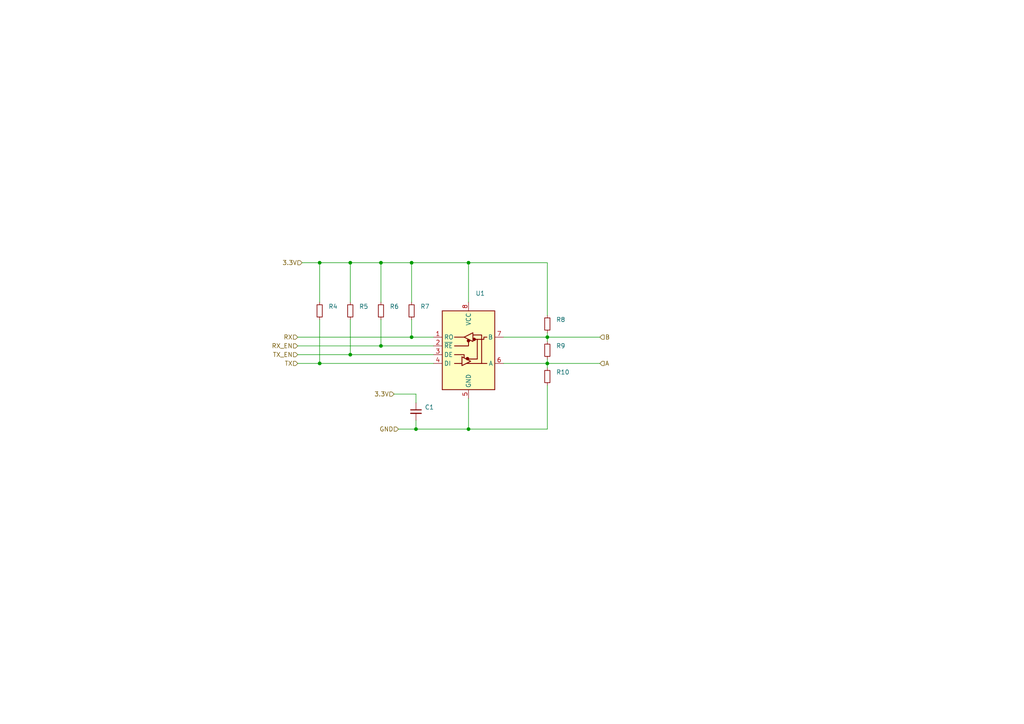
<source format=kicad_sch>
(kicad_sch (version 20211123) (generator eeschema)

  (uuid 1895faed-13c7-4877-930c-ef39a1d7419c)

  (paper "A4")

  (lib_symbols
    (symbol "Device:C_Small" (pin_numbers hide) (pin_names (offset 0.254) hide) (in_bom yes) (on_board yes)
      (property "Reference" "C" (id 0) (at 0.254 1.778 0)
        (effects (font (size 1.27 1.27)) (justify left))
      )
      (property "Value" "C_Small" (id 1) (at 0.254 -2.032 0)
        (effects (font (size 1.27 1.27)) (justify left))
      )
      (property "Footprint" "" (id 2) (at 0 0 0)
        (effects (font (size 1.27 1.27)) hide)
      )
      (property "Datasheet" "~" (id 3) (at 0 0 0)
        (effects (font (size 1.27 1.27)) hide)
      )
      (property "ki_keywords" "capacitor cap" (id 4) (at 0 0 0)
        (effects (font (size 1.27 1.27)) hide)
      )
      (property "ki_description" "Unpolarized capacitor, small symbol" (id 5) (at 0 0 0)
        (effects (font (size 1.27 1.27)) hide)
      )
      (property "ki_fp_filters" "C_*" (id 6) (at 0 0 0)
        (effects (font (size 1.27 1.27)) hide)
      )
      (symbol "C_Small_0_1"
        (polyline
          (pts
            (xy -1.524 -0.508)
            (xy 1.524 -0.508)
          )
          (stroke (width 0.3302) (type default) (color 0 0 0 0))
          (fill (type none))
        )
        (polyline
          (pts
            (xy -1.524 0.508)
            (xy 1.524 0.508)
          )
          (stroke (width 0.3048) (type default) (color 0 0 0 0))
          (fill (type none))
        )
      )
      (symbol "C_Small_1_1"
        (pin passive line (at 0 2.54 270) (length 2.032)
          (name "~" (effects (font (size 1.27 1.27))))
          (number "1" (effects (font (size 1.27 1.27))))
        )
        (pin passive line (at 0 -2.54 90) (length 2.032)
          (name "~" (effects (font (size 1.27 1.27))))
          (number "2" (effects (font (size 1.27 1.27))))
        )
      )
    )
    (symbol "Device:R_Small" (pin_numbers hide) (pin_names (offset 0.254) hide) (in_bom yes) (on_board yes)
      (property "Reference" "R" (id 0) (at 0.762 0.508 0)
        (effects (font (size 1.27 1.27)) (justify left))
      )
      (property "Value" "R_Small" (id 1) (at 0.762 -1.016 0)
        (effects (font (size 1.27 1.27)) (justify left))
      )
      (property "Footprint" "" (id 2) (at 0 0 0)
        (effects (font (size 1.27 1.27)) hide)
      )
      (property "Datasheet" "~" (id 3) (at 0 0 0)
        (effects (font (size 1.27 1.27)) hide)
      )
      (property "ki_keywords" "R resistor" (id 4) (at 0 0 0)
        (effects (font (size 1.27 1.27)) hide)
      )
      (property "ki_description" "Resistor, small symbol" (id 5) (at 0 0 0)
        (effects (font (size 1.27 1.27)) hide)
      )
      (property "ki_fp_filters" "R_*" (id 6) (at 0 0 0)
        (effects (font (size 1.27 1.27)) hide)
      )
      (symbol "R_Small_0_1"
        (rectangle (start -0.762 1.778) (end 0.762 -1.778)
          (stroke (width 0.2032) (type default) (color 0 0 0 0))
          (fill (type none))
        )
      )
      (symbol "R_Small_1_1"
        (pin passive line (at 0 2.54 270) (length 0.762)
          (name "~" (effects (font (size 1.27 1.27))))
          (number "1" (effects (font (size 1.27 1.27))))
        )
        (pin passive line (at 0 -2.54 90) (length 0.762)
          (name "~" (effects (font (size 1.27 1.27))))
          (number "2" (effects (font (size 1.27 1.27))))
        )
      )
    )
    (symbol "Interface_UART:MAX485E" (in_bom yes) (on_board yes)
      (property "Reference" "U" (id 0) (at -6.096 11.43 0)
        (effects (font (size 1.27 1.27)))
      )
      (property "Value" "MAX485E" (id 1) (at 0.762 11.43 0)
        (effects (font (size 1.27 1.27)) (justify left))
      )
      (property "Footprint" "" (id 2) (at 0 -17.78 0)
        (effects (font (size 1.27 1.27)) hide)
      )
      (property "Datasheet" "https://datasheets.maximintegrated.com/en/ds/MAX1487E-MAX491E.pdf" (id 3) (at 0 1.27 0)
        (effects (font (size 1.27 1.27)) hide)
      )
      (property "ki_keywords" "Half duplex RS-485/RS-422, 2.5 Mbps, ±15kV electro-static discharge (ESD) protection, no slew-rate, no low-power shutdown, with receiver/driver enable, 32 receiver drive kapacitity, DIP-8 and SOIC-8" (id 4) (at 0 0 0)
        (effects (font (size 1.27 1.27)) hide)
      )
      (property "ki_description" "Half duplex RS-485/RS-422, 2.5 Mbps, ±15kV electro-static discharge (ESD) protection, no slew-rate, no low-power shutdown, with receiver/driver enable, 32 receiver drive kapacitity, DIP-8 and SOIC-8" (id 5) (at 0 0 0)
        (effects (font (size 1.27 1.27)) hide)
      )
      (property "ki_fp_filters" "DIP*W7.62mm* SOIC*3.9x4.9mm*P1.27mm*" (id 6) (at 0 0 0)
        (effects (font (size 1.27 1.27)) hide)
      )
      (symbol "MAX485E_0_1"
        (rectangle (start -7.62 10.16) (end 7.62 -12.7)
          (stroke (width 0.254) (type default) (color 0 0 0 0))
          (fill (type background))
        )
        (circle (center -0.3048 -3.683) (radius 0.3556)
          (stroke (width 0.254) (type default) (color 0 0 0 0))
          (fill (type outline))
        )
        (circle (center -0.0254 1.4986) (radius 0.3556)
          (stroke (width 0.254) (type default) (color 0 0 0 0))
          (fill (type outline))
        )
        (polyline
          (pts
            (xy -4.064 -5.08)
            (xy -1.905 -5.08)
          )
          (stroke (width 0.254) (type default) (color 0 0 0 0))
          (fill (type none))
        )
        (polyline
          (pts
            (xy -4.064 2.54)
            (xy -1.27 2.54)
          )
          (stroke (width 0.254) (type default) (color 0 0 0 0))
          (fill (type none))
        )
        (polyline
          (pts
            (xy -1.27 -3.2004)
            (xy -1.27 -3.4544)
          )
          (stroke (width 0.254) (type default) (color 0 0 0 0))
          (fill (type none))
        )
        (polyline
          (pts
            (xy -0.635 -5.08)
            (xy 5.334 -5.08)
          )
          (stroke (width 0.254) (type default) (color 0 0 0 0))
          (fill (type none))
        )
        (polyline
          (pts
            (xy -4.064 -2.54)
            (xy -1.27 -2.54)
            (xy -1.27 -3.175)
          )
          (stroke (width 0.254) (type default) (color 0 0 0 0))
          (fill (type none))
        )
        (polyline
          (pts
            (xy 0 1.27)
            (xy 0 0)
            (xy -4.064 0)
          )
          (stroke (width 0.254) (type default) (color 0 0 0 0))
          (fill (type none))
        )
        (polyline
          (pts
            (xy 1.27 3.175)
            (xy 3.81 3.175)
            (xy 3.81 -5.08)
          )
          (stroke (width 0.254) (type default) (color 0 0 0 0))
          (fill (type none))
        )
        (polyline
          (pts
            (xy 2.54 1.905)
            (xy 2.54 -3.81)
            (xy 0 -3.81)
          )
          (stroke (width 0.254) (type default) (color 0 0 0 0))
          (fill (type none))
        )
        (polyline
          (pts
            (xy -1.905 -3.175)
            (xy -1.905 -5.715)
            (xy 0.635 -4.445)
            (xy -1.905 -3.175)
          )
          (stroke (width 0.254) (type default) (color 0 0 0 0))
          (fill (type none))
        )
        (polyline
          (pts
            (xy -1.27 2.54)
            (xy 1.27 3.81)
            (xy 1.27 1.27)
            (xy -1.27 2.54)
          )
          (stroke (width 0.254) (type default) (color 0 0 0 0))
          (fill (type none))
        )
        (polyline
          (pts
            (xy 1.905 1.905)
            (xy 4.445 1.905)
            (xy 4.445 2.54)
            (xy 5.334 2.54)
          )
          (stroke (width 0.254) (type default) (color 0 0 0 0))
          (fill (type none))
        )
        (rectangle (start 1.27 3.175) (end 1.27 3.175)
          (stroke (width 0) (type default) (color 0 0 0 0))
          (fill (type none))
        )
        (circle (center 1.651 1.905) (radius 0.3556)
          (stroke (width 0.254) (type default) (color 0 0 0 0))
          (fill (type outline))
        )
      )
      (symbol "MAX485E_1_1"
        (pin output line (at -10.16 2.54 0) (length 2.54)
          (name "RO" (effects (font (size 1.27 1.27))))
          (number "1" (effects (font (size 1.27 1.27))))
        )
        (pin input line (at -10.16 0 0) (length 2.54)
          (name "~{RE}" (effects (font (size 1.27 1.27))))
          (number "2" (effects (font (size 1.27 1.27))))
        )
        (pin input line (at -10.16 -2.54 0) (length 2.54)
          (name "DE" (effects (font (size 1.27 1.27))))
          (number "3" (effects (font (size 1.27 1.27))))
        )
        (pin input line (at -10.16 -5.08 0) (length 2.54)
          (name "DI" (effects (font (size 1.27 1.27))))
          (number "4" (effects (font (size 1.27 1.27))))
        )
        (pin power_in line (at 0 -15.24 90) (length 2.54)
          (name "GND" (effects (font (size 1.27 1.27))))
          (number "5" (effects (font (size 1.27 1.27))))
        )
        (pin bidirectional line (at 10.16 -5.08 180) (length 2.54)
          (name "A" (effects (font (size 1.27 1.27))))
          (number "6" (effects (font (size 1.27 1.27))))
        )
        (pin bidirectional line (at 10.16 2.54 180) (length 2.54)
          (name "B" (effects (font (size 1.27 1.27))))
          (number "7" (effects (font (size 1.27 1.27))))
        )
        (pin power_in line (at 0 12.7 270) (length 2.54)
          (name "VCC" (effects (font (size 1.27 1.27))))
          (number "8" (effects (font (size 1.27 1.27))))
        )
      )
    )
  )

  (junction (at 135.89 124.46) (diameter 0) (color 0 0 0 0)
    (uuid 08377341-a3f1-4876-b864-190214dac77b)
  )
  (junction (at 135.89 76.2) (diameter 0) (color 0 0 0 0)
    (uuid 112245f8-2054-4699-9135-ee58520b6498)
  )
  (junction (at 119.38 97.79) (diameter 0) (color 0 0 0 0)
    (uuid 154b6cd4-cdcd-4bed-9a5b-fadddb07a616)
  )
  (junction (at 92.71 105.41) (diameter 0) (color 0 0 0 0)
    (uuid 2c95f518-95d5-43a8-b709-469076d41396)
  )
  (junction (at 101.6 76.2) (diameter 0) (color 0 0 0 0)
    (uuid 5a655852-db1d-48ba-b716-d1974ac19be0)
  )
  (junction (at 158.75 97.79) (diameter 0) (color 0 0 0 0)
    (uuid 62bc2b77-2bcf-48fa-acf3-6749617f6d7e)
  )
  (junction (at 101.6 102.87) (diameter 0) (color 0 0 0 0)
    (uuid 73a2b16f-42e8-44bd-8423-736bac479b41)
  )
  (junction (at 92.71 76.2) (diameter 0) (color 0 0 0 0)
    (uuid 7ae9ba6f-8a00-4dce-a5c9-913c1859e251)
  )
  (junction (at 119.38 76.2) (diameter 0) (color 0 0 0 0)
    (uuid 91a13132-73ea-473d-89df-db40214c5088)
  )
  (junction (at 110.49 76.2) (diameter 0) (color 0 0 0 0)
    (uuid 9d298fde-c5f7-4c78-ab17-1dbd91e8d2d1)
  )
  (junction (at 110.49 100.33) (diameter 0) (color 0 0 0 0)
    (uuid ae36474f-ec30-4260-94bc-4e9032990331)
  )
  (junction (at 120.65 124.46) (diameter 0) (color 0 0 0 0)
    (uuid d4b816a2-5080-4eae-a27f-5b2cae570615)
  )
  (junction (at 158.75 105.41) (diameter 0) (color 0 0 0 0)
    (uuid f84872b3-5ac6-40c6-9af9-a0f3b0b941de)
  )

  (wire (pts (xy 115.57 124.46) (xy 120.65 124.46))
    (stroke (width 0) (type default) (color 0 0 0 0))
    (uuid 046c3305-1ce5-4374-bac1-98efdad6b897)
  )
  (wire (pts (xy 158.75 105.41) (xy 173.99 105.41))
    (stroke (width 0) (type default) (color 0 0 0 0))
    (uuid 07888973-d473-4fd2-8060-f0e10f9d7b45)
  )
  (wire (pts (xy 92.71 76.2) (xy 101.6 76.2))
    (stroke (width 0) (type default) (color 0 0 0 0))
    (uuid 0cba1e2d-17ee-4113-9411-fe07bd79d4d9)
  )
  (wire (pts (xy 158.75 104.14) (xy 158.75 105.41))
    (stroke (width 0) (type default) (color 0 0 0 0))
    (uuid 10c11f0c-f89e-4239-a768-fe4d122a0180)
  )
  (wire (pts (xy 110.49 76.2) (xy 110.49 87.63))
    (stroke (width 0) (type default) (color 0 0 0 0))
    (uuid 25803740-d2d8-4731-9945-8e431cd904f0)
  )
  (wire (pts (xy 86.36 105.41) (xy 92.71 105.41))
    (stroke (width 0) (type default) (color 0 0 0 0))
    (uuid 265d53e5-8945-48b3-9980-430242adeb21)
  )
  (wire (pts (xy 119.38 87.63) (xy 119.38 76.2))
    (stroke (width 0) (type default) (color 0 0 0 0))
    (uuid 38846d21-6175-4883-8bd8-9934f1e22dc2)
  )
  (wire (pts (xy 135.89 124.46) (xy 158.75 124.46))
    (stroke (width 0) (type default) (color 0 0 0 0))
    (uuid 3ae854e4-0564-4809-a6b2-ec1865be7c2e)
  )
  (wire (pts (xy 119.38 92.71) (xy 119.38 97.79))
    (stroke (width 0) (type default) (color 0 0 0 0))
    (uuid 47ec1970-7ee8-4813-836d-b9caae3ab472)
  )
  (wire (pts (xy 146.05 105.41) (xy 158.75 105.41))
    (stroke (width 0) (type default) (color 0 0 0 0))
    (uuid 4bbac006-c9be-4ec6-a3f1-1e95fa0e1f02)
  )
  (wire (pts (xy 101.6 76.2) (xy 110.49 76.2))
    (stroke (width 0) (type default) (color 0 0 0 0))
    (uuid 54abae09-5f00-4f24-a512-c56acf1e376d)
  )
  (wire (pts (xy 110.49 76.2) (xy 119.38 76.2))
    (stroke (width 0) (type default) (color 0 0 0 0))
    (uuid 61496633-39ca-408c-a704-ad1dcc15758c)
  )
  (wire (pts (xy 86.36 97.79) (xy 119.38 97.79))
    (stroke (width 0) (type default) (color 0 0 0 0))
    (uuid 646be8b2-06b4-4d66-be1a-5577cb554b5f)
  )
  (wire (pts (xy 120.65 114.3) (xy 120.65 116.84))
    (stroke (width 0) (type default) (color 0 0 0 0))
    (uuid 6df1ba22-c462-400a-9daa-47d5c93684eb)
  )
  (wire (pts (xy 92.71 105.41) (xy 125.73 105.41))
    (stroke (width 0) (type default) (color 0 0 0 0))
    (uuid 6e3fcf20-5ef2-47ae-a60d-65ead7540530)
  )
  (wire (pts (xy 158.75 124.46) (xy 158.75 111.76))
    (stroke (width 0) (type default) (color 0 0 0 0))
    (uuid 73cc9b8d-bc1a-4c8c-bcd5-e80512aeb7fe)
  )
  (wire (pts (xy 158.75 96.52) (xy 158.75 97.79))
    (stroke (width 0) (type default) (color 0 0 0 0))
    (uuid 7654fb0e-026a-4efb-9786-7776d7bbde30)
  )
  (wire (pts (xy 135.89 76.2) (xy 158.75 76.2))
    (stroke (width 0) (type default) (color 0 0 0 0))
    (uuid 768cef0a-8907-4aa5-a654-51eea39ee9d7)
  )
  (wire (pts (xy 120.65 124.46) (xy 135.89 124.46))
    (stroke (width 0) (type default) (color 0 0 0 0))
    (uuid 802c53b0-236f-4c69-889c-de443dfa1cf6)
  )
  (wire (pts (xy 114.3 114.3) (xy 120.65 114.3))
    (stroke (width 0) (type default) (color 0 0 0 0))
    (uuid 86193785-f8cb-4cd5-b7c9-281bf6e71e0c)
  )
  (wire (pts (xy 119.38 76.2) (xy 135.89 76.2))
    (stroke (width 0) (type default) (color 0 0 0 0))
    (uuid 8c686b85-fcdf-4c2e-a2c0-67011b5f2ff0)
  )
  (wire (pts (xy 158.75 97.79) (xy 158.75 99.06))
    (stroke (width 0) (type default) (color 0 0 0 0))
    (uuid 968bee4e-1b0e-4f5a-9ca6-e19193fc5c86)
  )
  (wire (pts (xy 86.36 100.33) (xy 110.49 100.33))
    (stroke (width 0) (type default) (color 0 0 0 0))
    (uuid a5771471-e627-47b6-9a95-ce8b9e8fc2a8)
  )
  (wire (pts (xy 101.6 92.71) (xy 101.6 102.87))
    (stroke (width 0) (type default) (color 0 0 0 0))
    (uuid b12dbcaa-2fbd-471d-a2f1-3eb01b49886a)
  )
  (wire (pts (xy 135.89 124.46) (xy 135.89 115.57))
    (stroke (width 0) (type default) (color 0 0 0 0))
    (uuid b151eb60-957f-487f-8278-1c5e1dd550c8)
  )
  (wire (pts (xy 86.36 102.87) (xy 101.6 102.87))
    (stroke (width 0) (type default) (color 0 0 0 0))
    (uuid b485cd13-5280-4fbf-9e60-25f4623f35ab)
  )
  (wire (pts (xy 158.75 97.79) (xy 173.99 97.79))
    (stroke (width 0) (type default) (color 0 0 0 0))
    (uuid b5039124-183c-4a43-abdd-2f62390a318d)
  )
  (wire (pts (xy 119.38 97.79) (xy 125.73 97.79))
    (stroke (width 0) (type default) (color 0 0 0 0))
    (uuid bf88c00c-f6b8-4d54-af07-c4070b1b29a5)
  )
  (wire (pts (xy 87.63 76.2) (xy 92.71 76.2))
    (stroke (width 0) (type default) (color 0 0 0 0))
    (uuid c2c820b2-052e-4a63-9597-f44154d02d10)
  )
  (wire (pts (xy 92.71 92.71) (xy 92.71 105.41))
    (stroke (width 0) (type default) (color 0 0 0 0))
    (uuid c923ba96-0fe1-497b-86c4-2313174f08cf)
  )
  (wire (pts (xy 110.49 92.71) (xy 110.49 100.33))
    (stroke (width 0) (type default) (color 0 0 0 0))
    (uuid ca95bcf6-bd41-47df-9398-e9d9600c6170)
  )
  (wire (pts (xy 120.65 121.92) (xy 120.65 124.46))
    (stroke (width 0) (type default) (color 0 0 0 0))
    (uuid ce08ee77-d939-4026-9aa2-1895f46128cf)
  )
  (wire (pts (xy 92.71 76.2) (xy 92.71 87.63))
    (stroke (width 0) (type default) (color 0 0 0 0))
    (uuid cf6f9b2e-4c4f-4a59-833a-0b7cb6e960aa)
  )
  (wire (pts (xy 110.49 100.33) (xy 125.73 100.33))
    (stroke (width 0) (type default) (color 0 0 0 0))
    (uuid d300479b-c277-495b-8a4c-9e39962dcd13)
  )
  (wire (pts (xy 158.75 105.41) (xy 158.75 106.68))
    (stroke (width 0) (type default) (color 0 0 0 0))
    (uuid d5e3891e-90a6-45a7-acca-eb2a8f18c013)
  )
  (wire (pts (xy 101.6 102.87) (xy 125.73 102.87))
    (stroke (width 0) (type default) (color 0 0 0 0))
    (uuid eb5b2b75-c835-40e4-b558-e369439583ce)
  )
  (wire (pts (xy 135.89 76.2) (xy 135.89 87.63))
    (stroke (width 0) (type default) (color 0 0 0 0))
    (uuid eb66325f-20b6-4ba7-be66-d1db79dd83f2)
  )
  (wire (pts (xy 101.6 76.2) (xy 101.6 87.63))
    (stroke (width 0) (type default) (color 0 0 0 0))
    (uuid eb7c7cd7-c3e8-4832-99e0-bd772fde7428)
  )
  (wire (pts (xy 158.75 76.2) (xy 158.75 91.44))
    (stroke (width 0) (type default) (color 0 0 0 0))
    (uuid ed724bec-9cc8-4808-88c6-287af5ab82d4)
  )
  (wire (pts (xy 146.05 97.79) (xy 158.75 97.79))
    (stroke (width 0) (type default) (color 0 0 0 0))
    (uuid f57b4227-cbdf-4bb8-a8e9-6ddf14ae43eb)
  )

  (hierarchical_label "3.3V" (shape input) (at 114.3 114.3 180)
    (effects (font (size 1.27 1.27)) (justify right))
    (uuid 06558dae-b2f7-4df1-8d71-b8daad0598fc)
  )
  (hierarchical_label "A" (shape input) (at 173.99 105.41 0)
    (effects (font (size 1.27 1.27)) (justify left))
    (uuid 259c9875-8f06-4e5c-9393-dba002c5b1e2)
  )
  (hierarchical_label "GND" (shape input) (at 115.57 124.46 180)
    (effects (font (size 1.27 1.27)) (justify right))
    (uuid 5e1b54bf-9b70-48fc-bdb6-bfe026e6a606)
  )
  (hierarchical_label "RX_EN" (shape input) (at 86.36 100.33 180)
    (effects (font (size 1.27 1.27)) (justify right))
    (uuid 7d35070e-344c-4cba-8407-5472c89c0fe3)
  )
  (hierarchical_label "RX" (shape input) (at 86.36 97.79 180)
    (effects (font (size 1.27 1.27)) (justify right))
    (uuid b54911bc-1b7e-453b-9de7-653743fbd8ce)
  )
  (hierarchical_label "B" (shape input) (at 173.99 97.79 0)
    (effects (font (size 1.27 1.27)) (justify left))
    (uuid d17b8d0d-a02b-4c24-a4d0-a7824d276be6)
  )
  (hierarchical_label "TX" (shape input) (at 86.36 105.41 180)
    (effects (font (size 1.27 1.27)) (justify right))
    (uuid d6dd4419-f291-47ed-a3eb-7787583fa59d)
  )
  (hierarchical_label "3.3V" (shape input) (at 87.63 76.2 180)
    (effects (font (size 1.27 1.27)) (justify right))
    (uuid e691d4ba-f1f2-4971-baac-f95568cd50af)
  )
  (hierarchical_label "TX_EN" (shape input) (at 86.36 102.87 180)
    (effects (font (size 1.27 1.27)) (justify right))
    (uuid ee79eb02-ef88-4ec8-8e34-708b7da951a6)
  )

  (symbol (lib_id "Device:R_Small") (at 110.49 90.17 0) (unit 1)
    (in_bom yes) (on_board yes) (fields_autoplaced)
    (uuid 07ac4532-afc3-4467-80c5-28d432b072a1)
    (property "Reference" "R6" (id 0) (at 113.03 88.8999 0)
      (effects (font (size 1.27 1.27)) (justify left))
    )
    (property "Value" "" (id 1) (at 113.03 91.4399 0)
      (effects (font (size 1.27 1.27)) (justify left))
    )
    (property "Footprint" "" (id 2) (at 110.49 90.17 0)
      (effects (font (size 1.27 1.27)) hide)
    )
    (property "Datasheet" "~" (id 3) (at 110.49 90.17 0)
      (effects (font (size 1.27 1.27)) hide)
    )
    (pin "1" (uuid e86039c7-2fe6-4356-89fd-696552b515b4))
    (pin "2" (uuid 030192b4-ec8f-4e20-a106-662cc0af95cc))
  )

  (symbol (lib_id "Device:C_Small") (at 120.65 119.38 0) (unit 1)
    (in_bom yes) (on_board yes) (fields_autoplaced)
    (uuid 485a425d-9408-4dd6-9843-08652d513cbd)
    (property "Reference" "C1" (id 0) (at 123.19 118.1162 0)
      (effects (font (size 1.27 1.27)) (justify left))
    )
    (property "Value" "" (id 1) (at 123.19 120.6562 0)
      (effects (font (size 1.27 1.27)) (justify left))
    )
    (property "Footprint" "" (id 2) (at 120.65 119.38 0)
      (effects (font (size 1.27 1.27)) hide)
    )
    (property "Datasheet" "~" (id 3) (at 120.65 119.38 0)
      (effects (font (size 1.27 1.27)) hide)
    )
    (pin "1" (uuid 90c63ced-ff5e-4d71-9704-423bdb4ecd9f))
    (pin "2" (uuid 3198e588-4d57-49f9-a2ba-0c06f39726db))
  )

  (symbol (lib_id "Device:R_Small") (at 101.6 90.17 0) (unit 1)
    (in_bom yes) (on_board yes) (fields_autoplaced)
    (uuid 57e000ff-dc52-492e-b385-2f0169928744)
    (property "Reference" "R5" (id 0) (at 104.14 88.8999 0)
      (effects (font (size 1.27 1.27)) (justify left))
    )
    (property "Value" "" (id 1) (at 104.14 91.4399 0)
      (effects (font (size 1.27 1.27)) (justify left))
    )
    (property "Footprint" "" (id 2) (at 101.6 90.17 0)
      (effects (font (size 1.27 1.27)) hide)
    )
    (property "Datasheet" "~" (id 3) (at 101.6 90.17 0)
      (effects (font (size 1.27 1.27)) hide)
    )
    (pin "1" (uuid e9caa96e-8ac9-4083-a8ec-3dae07584903))
    (pin "2" (uuid b82a93e7-bdbf-486d-884a-cc5267c7d009))
  )

  (symbol (lib_id "Device:R_Small") (at 158.75 101.6 0) (unit 1)
    (in_bom yes) (on_board yes) (fields_autoplaced)
    (uuid 6df24e57-dd92-48e0-ac09-45058e0cd091)
    (property "Reference" "R9" (id 0) (at 161.29 100.3299 0)
      (effects (font (size 1.27 1.27)) (justify left))
    )
    (property "Value" "" (id 1) (at 161.29 102.8699 0)
      (effects (font (size 1.27 1.27)) (justify left))
    )
    (property "Footprint" "" (id 2) (at 158.75 101.6 0)
      (effects (font (size 1.27 1.27)) hide)
    )
    (property "Datasheet" "~" (id 3) (at 158.75 101.6 0)
      (effects (font (size 1.27 1.27)) hide)
    )
    (pin "1" (uuid 072e817b-fd5d-4649-aa84-e4d2f6d588ab))
    (pin "2" (uuid 0f9593cc-b310-4189-86d0-2b102a36e411))
  )

  (symbol (lib_id "Device:R_Small") (at 158.75 109.22 0) (unit 1)
    (in_bom yes) (on_board yes) (fields_autoplaced)
    (uuid 8200ef02-ecce-47f0-afa6-a529c13b657f)
    (property "Reference" "R10" (id 0) (at 161.29 107.9499 0)
      (effects (font (size 1.27 1.27)) (justify left))
    )
    (property "Value" "" (id 1) (at 161.29 110.4899 0)
      (effects (font (size 1.27 1.27)) (justify left))
    )
    (property "Footprint" "" (id 2) (at 158.75 109.22 0)
      (effects (font (size 1.27 1.27)) hide)
    )
    (property "Datasheet" "~" (id 3) (at 158.75 109.22 0)
      (effects (font (size 1.27 1.27)) hide)
    )
    (pin "1" (uuid 1a5232f6-7a73-43a0-aaba-1b4ccc6bd767))
    (pin "2" (uuid 4ed5543b-061e-4c36-94d9-2c2642bd745b))
  )

  (symbol (lib_id "Device:R_Small") (at 119.38 90.17 0) (unit 1)
    (in_bom yes) (on_board yes) (fields_autoplaced)
    (uuid 867a1805-7efb-45a0-89f8-5acc01e827ab)
    (property "Reference" "R7" (id 0) (at 121.92 88.8999 0)
      (effects (font (size 1.27 1.27)) (justify left))
    )
    (property "Value" "" (id 1) (at 121.92 91.4399 0)
      (effects (font (size 1.27 1.27)) (justify left))
    )
    (property "Footprint" "" (id 2) (at 119.38 90.17 0)
      (effects (font (size 1.27 1.27)) hide)
    )
    (property "Datasheet" "~" (id 3) (at 119.38 90.17 0)
      (effects (font (size 1.27 1.27)) hide)
    )
    (pin "1" (uuid f0dd1721-1483-4969-8206-b6ce448ab379))
    (pin "2" (uuid 5adf05d9-c051-4f9d-8568-6c62aa5ceb3a))
  )

  (symbol (lib_id "Device:R_Small") (at 158.75 93.98 0) (unit 1)
    (in_bom yes) (on_board yes) (fields_autoplaced)
    (uuid a2179620-5451-4071-811a-8b33617808e0)
    (property "Reference" "R8" (id 0) (at 161.29 92.7099 0)
      (effects (font (size 1.27 1.27)) (justify left))
    )
    (property "Value" "" (id 1) (at 161.29 95.2499 0)
      (effects (font (size 1.27 1.27)) (justify left))
    )
    (property "Footprint" "" (id 2) (at 158.75 93.98 0)
      (effects (font (size 1.27 1.27)) hide)
    )
    (property "Datasheet" "~" (id 3) (at 158.75 93.98 0)
      (effects (font (size 1.27 1.27)) hide)
    )
    (pin "1" (uuid 586c2221-a16a-41a0-acc0-1131edd3c850))
    (pin "2" (uuid f4352741-5518-4470-925c-e1e5b17e265f))
  )

  (symbol (lib_id "Device:R_Small") (at 92.71 90.17 0) (unit 1)
    (in_bom yes) (on_board yes) (fields_autoplaced)
    (uuid c5bbe007-a77a-4fbb-8e7c-5da6197fb0fb)
    (property "Reference" "R4" (id 0) (at 95.25 88.8999 0)
      (effects (font (size 1.27 1.27)) (justify left))
    )
    (property "Value" "" (id 1) (at 95.25 91.4399 0)
      (effects (font (size 1.27 1.27)) (justify left))
    )
    (property "Footprint" "" (id 2) (at 92.71 90.17 0)
      (effects (font (size 1.27 1.27)) hide)
    )
    (property "Datasheet" "~" (id 3) (at 92.71 90.17 0)
      (effects (font (size 1.27 1.27)) hide)
    )
    (pin "1" (uuid 298fd010-e604-41a9-bfe2-ef60996925e7))
    (pin "2" (uuid 86607015-493b-4b0b-977b-1e156ba37b52))
  )

  (symbol (lib_id "Interface_UART:MAX485E") (at 135.89 100.33 0) (unit 1)
    (in_bom yes) (on_board yes) (fields_autoplaced)
    (uuid c6fd9fab-909e-4ff9-bcec-df5274e51546)
    (property "Reference" "U1" (id 0) (at 137.9094 85.09 0)
      (effects (font (size 1.27 1.27)) (justify left))
    )
    (property "Value" "" (id 1) (at 137.9094 87.63 0)
      (effects (font (size 1.27 1.27)) (justify left))
    )
    (property "Footprint" "" (id 2) (at 135.89 118.11 0)
      (effects (font (size 1.27 1.27)) hide)
    )
    (property "Datasheet" "https://datasheets.maximintegrated.com/en/ds/MAX1487E-MAX491E.pdf" (id 3) (at 135.89 99.06 0)
      (effects (font (size 1.27 1.27)) hide)
    )
    (pin "1" (uuid e6226612-2467-442b-8307-510548c4e59e))
    (pin "2" (uuid 46a05cc3-fb8a-4bfd-acbb-830c7844e933))
    (pin "3" (uuid 6143c994-1e8f-4e7e-9914-2b1dbf9ac9d2))
    (pin "4" (uuid d37d37b6-4368-4f77-ab68-18cd7d0167ed))
    (pin "5" (uuid 1db891e4-23bc-4009-8464-e9abd20694d6))
    (pin "6" (uuid a842e0d0-4615-4fd3-aa2e-a3a964dcb347))
    (pin "7" (uuid a3ca2b48-4fa7-4c3f-8228-868648e04be7))
    (pin "8" (uuid 6003c093-67b2-4ce8-855f-b951552804ce))
  )
)

</source>
